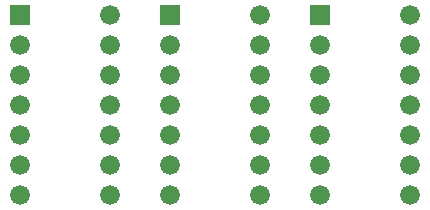
<source format=gbr>
G04 start of page 12 for group -4062 idx -4062 *
G04 Title: (unknown), soldermask *
G04 Creator: pcb 20140316 *
G04 CreationDate: Sat 19 Jun 2021 08:46:57 PM GMT UTC *
G04 For: steve *
G04 Format: Gerber/RS-274X *
G04 PCB-Dimensions (mil): 2000.00 1000.00 *
G04 PCB-Coordinate-Origin: lower left *
%MOIN*%
%FSLAX25Y25*%
%LNBOTTOMMASK*%
%ADD55C,0.0660*%
%ADD54C,0.0001*%
G54D54*G36*
X16700Y83300D02*Y76700D01*
X23300D01*
Y83300D01*
X16700D01*
G37*
G54D55*X20000Y70000D03*
Y60000D03*
X50000Y40000D03*
Y50000D03*
Y60000D03*
Y70000D03*
Y80000D03*
G54D54*G36*
X66700Y83300D02*Y76700D01*
X73300D01*
Y83300D01*
X66700D01*
G37*
G54D55*X70000Y70000D03*
Y60000D03*
Y50000D03*
Y40000D03*
Y30000D03*
Y20000D03*
X20000Y50000D03*
Y40000D03*
Y30000D03*
Y20000D03*
X50000D03*
Y30000D03*
X100000Y20000D03*
X150000D03*
X100000Y30000D03*
X150000D03*
Y40000D03*
X100000D03*
Y50000D03*
Y60000D03*
Y70000D03*
Y80000D03*
G54D54*G36*
X116700Y83300D02*Y76700D01*
X123300D01*
Y83300D01*
X116700D01*
G37*
G54D55*X120000Y70000D03*
Y60000D03*
Y50000D03*
X150000D03*
Y60000D03*
Y70000D03*
Y80000D03*
X120000Y40000D03*
Y30000D03*
Y20000D03*
M02*

</source>
